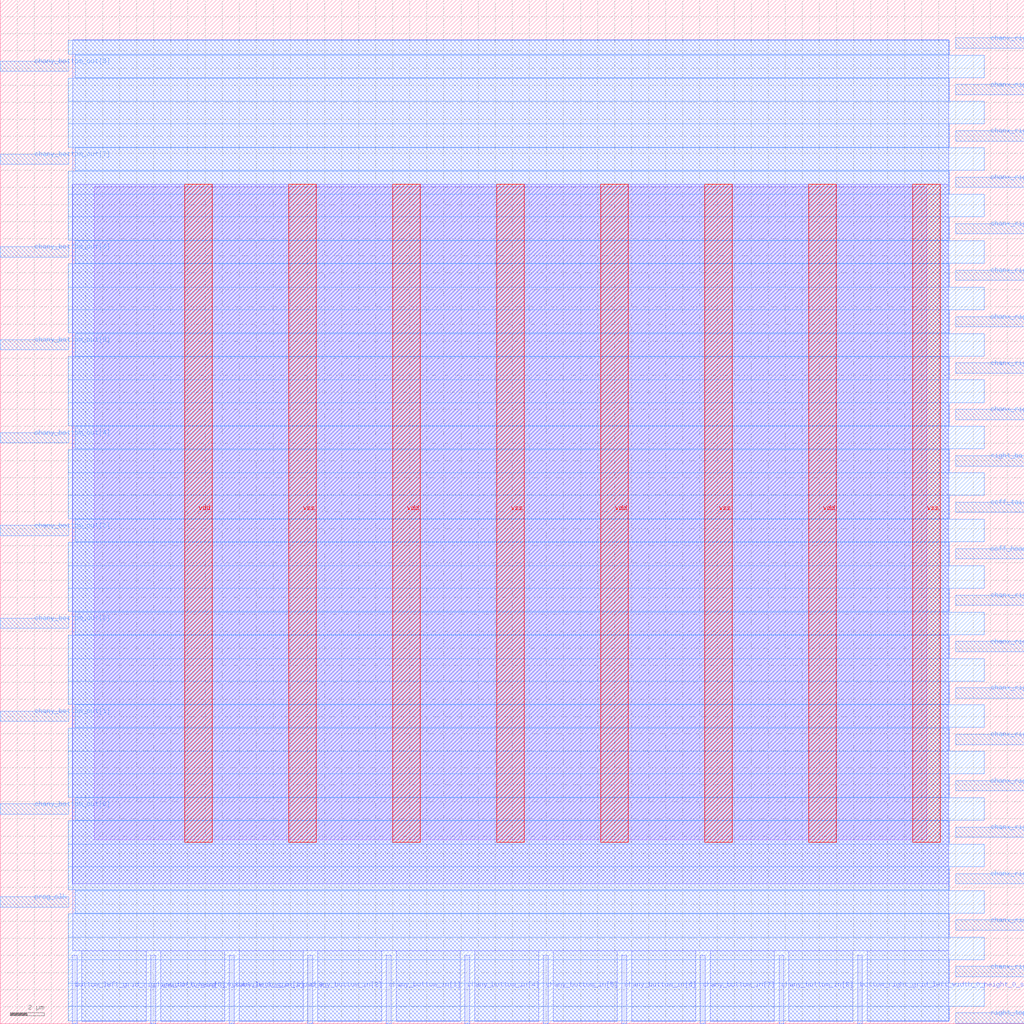
<source format=lef>
VERSION 5.7 ;
  NOWIREEXTENSIONATPIN ON ;
  DIVIDERCHAR "/" ;
  BUSBITCHARS "[]" ;
MACRO sb_0__10_
  CLASS BLOCK ;
  FOREIGN sb_0__10_ ;
  ORIGIN 0.000 0.000 ;
  SIZE 60.000 BY 60.000 ;
  PIN bottom_left_grid_right_width_0_height_0_subtile_0__pin_inpad_0_
    DIRECTION INPUT ;
    USE SIGNAL ;
    ANTENNAGATEAREA 0.196500 ;
    PORT
      LAYER met2 ;
        RECT 4.230 0.000 4.510 4.000 ;
    END
  END bottom_left_grid_right_width_0_height_0_subtile_0__pin_inpad_0_
  PIN bottom_right_grid_left_width_0_height_0_subtile_0__pin_O_1_
    DIRECTION INPUT ;
    USE SIGNAL ;
    ANTENNAGATEAREA 0.196500 ;
    PORT
      LAYER met2 ;
        RECT 50.230 0.000 50.510 4.000 ;
    END
  END bottom_right_grid_left_width_0_height_0_subtile_0__pin_O_1_
  PIN ccff_head
    DIRECTION INPUT ;
    USE SIGNAL ;
    ANTENNAGATEAREA 0.196500 ;
    PORT
      LAYER met3 ;
        RECT 56.000 27.240 60.000 27.840 ;
    END
  END ccff_head
  PIN ccff_tail
    DIRECTION OUTPUT TRISTATE ;
    USE SIGNAL ;
    ANTENNADIFFAREA 0.445500 ;
    PORT
      LAYER met3 ;
        RECT 56.000 29.960 60.000 30.560 ;
    END
  END ccff_tail
  PIN chanx_right_in[0]
    DIRECTION INPUT ;
    USE SIGNAL ;
    ANTENNAGATEAREA 0.196500 ;
    PORT
      LAYER met3 ;
        RECT 56.000 2.760 60.000 3.360 ;
    END
  END chanx_right_in[0]
  PIN chanx_right_in[1]
    DIRECTION INPUT ;
    USE SIGNAL ;
    ANTENNAGATEAREA 0.196500 ;
    PORT
      LAYER met3 ;
        RECT 56.000 5.480 60.000 6.080 ;
    END
  END chanx_right_in[1]
  PIN chanx_right_in[2]
    DIRECTION INPUT ;
    USE SIGNAL ;
    ANTENNAGATEAREA 0.196500 ;
    PORT
      LAYER met3 ;
        RECT 56.000 8.200 60.000 8.800 ;
    END
  END chanx_right_in[2]
  PIN chanx_right_in[3]
    DIRECTION INPUT ;
    USE SIGNAL ;
    ANTENNAGATEAREA 0.196500 ;
    PORT
      LAYER met3 ;
        RECT 56.000 10.920 60.000 11.520 ;
    END
  END chanx_right_in[3]
  PIN chanx_right_in[4]
    DIRECTION INPUT ;
    USE SIGNAL ;
    ANTENNAGATEAREA 0.196500 ;
    PORT
      LAYER met3 ;
        RECT 56.000 13.640 60.000 14.240 ;
    END
  END chanx_right_in[4]
  PIN chanx_right_in[5]
    DIRECTION INPUT ;
    USE SIGNAL ;
    ANTENNAGATEAREA 0.196500 ;
    PORT
      LAYER met3 ;
        RECT 56.000 16.360 60.000 16.960 ;
    END
  END chanx_right_in[5]
  PIN chanx_right_in[6]
    DIRECTION INPUT ;
    USE SIGNAL ;
    ANTENNAGATEAREA 0.196500 ;
    PORT
      LAYER met3 ;
        RECT 56.000 19.080 60.000 19.680 ;
    END
  END chanx_right_in[6]
  PIN chanx_right_in[7]
    DIRECTION INPUT ;
    USE SIGNAL ;
    ANTENNAGATEAREA 0.196500 ;
    PORT
      LAYER met3 ;
        RECT 56.000 21.800 60.000 22.400 ;
    END
  END chanx_right_in[7]
  PIN chanx_right_in[8]
    DIRECTION INPUT ;
    USE SIGNAL ;
    ANTENNAGATEAREA 0.196500 ;
    PORT
      LAYER met3 ;
        RECT 56.000 24.520 60.000 25.120 ;
    END
  END chanx_right_in[8]
  PIN chanx_right_out[0]
    DIRECTION OUTPUT TRISTATE ;
    USE SIGNAL ;
    ANTENNADIFFAREA 0.445500 ;
    PORT
      LAYER met3 ;
        RECT 56.000 35.400 60.000 36.000 ;
    END
  END chanx_right_out[0]
  PIN chanx_right_out[1]
    DIRECTION OUTPUT TRISTATE ;
    USE SIGNAL ;
    ANTENNADIFFAREA 0.445500 ;
    PORT
      LAYER met3 ;
        RECT 56.000 38.120 60.000 38.720 ;
    END
  END chanx_right_out[1]
  PIN chanx_right_out[2]
    DIRECTION OUTPUT TRISTATE ;
    USE SIGNAL ;
    ANTENNADIFFAREA 0.795200 ;
    PORT
      LAYER met3 ;
        RECT 56.000 40.840 60.000 41.440 ;
    END
  END chanx_right_out[2]
  PIN chanx_right_out[3]
    DIRECTION OUTPUT TRISTATE ;
    USE SIGNAL ;
    ANTENNADIFFAREA 0.445500 ;
    PORT
      LAYER met3 ;
        RECT 56.000 43.560 60.000 44.160 ;
    END
  END chanx_right_out[3]
  PIN chanx_right_out[4]
    DIRECTION OUTPUT TRISTATE ;
    USE SIGNAL ;
    ANTENNADIFFAREA 0.445500 ;
    PORT
      LAYER met3 ;
        RECT 56.000 46.280 60.000 46.880 ;
    END
  END chanx_right_out[4]
  PIN chanx_right_out[5]
    DIRECTION OUTPUT TRISTATE ;
    USE SIGNAL ;
    ANTENNADIFFAREA 0.795200 ;
    PORT
      LAYER met3 ;
        RECT 56.000 49.000 60.000 49.600 ;
    END
  END chanx_right_out[5]
  PIN chanx_right_out[6]
    DIRECTION OUTPUT TRISTATE ;
    USE SIGNAL ;
    ANTENNADIFFAREA 0.795200 ;
    PORT
      LAYER met3 ;
        RECT 56.000 51.720 60.000 52.320 ;
    END
  END chanx_right_out[6]
  PIN chanx_right_out[7]
    DIRECTION OUTPUT TRISTATE ;
    USE SIGNAL ;
    ANTENNADIFFAREA 0.795200 ;
    PORT
      LAYER met3 ;
        RECT 56.000 54.440 60.000 55.040 ;
    END
  END chanx_right_out[7]
  PIN chanx_right_out[8]
    DIRECTION OUTPUT TRISTATE ;
    USE SIGNAL ;
    ANTENNADIFFAREA 0.795200 ;
    PORT
      LAYER met3 ;
        RECT 56.000 57.160 60.000 57.760 ;
    END
  END chanx_right_out[8]
  PIN chany_bottom_in[0]
    DIRECTION INPUT ;
    USE SIGNAL ;
    ANTENNAGATEAREA 0.196500 ;
    PORT
      LAYER met2 ;
        RECT 8.830 0.000 9.110 4.000 ;
    END
  END chany_bottom_in[0]
  PIN chany_bottom_in[1]
    DIRECTION INPUT ;
    USE SIGNAL ;
    ANTENNAGATEAREA 0.196500 ;
    PORT
      LAYER met2 ;
        RECT 13.430 0.000 13.710 4.000 ;
    END
  END chany_bottom_in[1]
  PIN chany_bottom_in[2]
    DIRECTION INPUT ;
    USE SIGNAL ;
    ANTENNAGATEAREA 0.196500 ;
    PORT
      LAYER met2 ;
        RECT 18.030 0.000 18.310 4.000 ;
    END
  END chany_bottom_in[2]
  PIN chany_bottom_in[3]
    DIRECTION INPUT ;
    USE SIGNAL ;
    ANTENNAGATEAREA 0.196500 ;
    PORT
      LAYER met2 ;
        RECT 22.630 0.000 22.910 4.000 ;
    END
  END chany_bottom_in[3]
  PIN chany_bottom_in[4]
    DIRECTION INPUT ;
    USE SIGNAL ;
    ANTENNAGATEAREA 0.196500 ;
    PORT
      LAYER met2 ;
        RECT 27.230 0.000 27.510 4.000 ;
    END
  END chany_bottom_in[4]
  PIN chany_bottom_in[5]
    DIRECTION INPUT ;
    USE SIGNAL ;
    ANTENNAGATEAREA 0.196500 ;
    PORT
      LAYER met2 ;
        RECT 31.830 0.000 32.110 4.000 ;
    END
  END chany_bottom_in[5]
  PIN chany_bottom_in[6]
    DIRECTION INPUT ;
    USE SIGNAL ;
    ANTENNAGATEAREA 0.196500 ;
    PORT
      LAYER met2 ;
        RECT 36.430 0.000 36.710 4.000 ;
    END
  END chany_bottom_in[6]
  PIN chany_bottom_in[7]
    DIRECTION INPUT ;
    USE SIGNAL ;
    ANTENNAGATEAREA 0.196500 ;
    PORT
      LAYER met2 ;
        RECT 41.030 0.000 41.310 4.000 ;
    END
  END chany_bottom_in[7]
  PIN chany_bottom_in[8]
    DIRECTION INPUT ;
    USE SIGNAL ;
    ANTENNAGATEAREA 0.196500 ;
    PORT
      LAYER met2 ;
        RECT 45.630 0.000 45.910 4.000 ;
    END
  END chany_bottom_in[8]
  PIN chany_bottom_out[0]
    DIRECTION OUTPUT TRISTATE ;
    USE SIGNAL ;
    ANTENNADIFFAREA 0.795200 ;
    PORT
      LAYER met3 ;
        RECT 0.000 12.280 4.000 12.880 ;
    END
  END chany_bottom_out[0]
  PIN chany_bottom_out[1]
    DIRECTION OUTPUT TRISTATE ;
    USE SIGNAL ;
    ANTENNADIFFAREA 0.795200 ;
    PORT
      LAYER met3 ;
        RECT 0.000 17.720 4.000 18.320 ;
    END
  END chany_bottom_out[1]
  PIN chany_bottom_out[2]
    DIRECTION OUTPUT TRISTATE ;
    USE SIGNAL ;
    ANTENNADIFFAREA 0.795200 ;
    PORT
      LAYER met3 ;
        RECT 0.000 23.160 4.000 23.760 ;
    END
  END chany_bottom_out[2]
  PIN chany_bottom_out[3]
    DIRECTION OUTPUT TRISTATE ;
    USE SIGNAL ;
    ANTENNADIFFAREA 0.795200 ;
    PORT
      LAYER met3 ;
        RECT 0.000 28.600 4.000 29.200 ;
    END
  END chany_bottom_out[3]
  PIN chany_bottom_out[4]
    DIRECTION OUTPUT TRISTATE ;
    USE SIGNAL ;
    ANTENNADIFFAREA 0.795200 ;
    PORT
      LAYER met3 ;
        RECT 0.000 34.040 4.000 34.640 ;
    END
  END chany_bottom_out[4]
  PIN chany_bottom_out[5]
    DIRECTION OUTPUT TRISTATE ;
    USE SIGNAL ;
    ANTENNADIFFAREA 0.795200 ;
    PORT
      LAYER met3 ;
        RECT 0.000 39.480 4.000 40.080 ;
    END
  END chany_bottom_out[5]
  PIN chany_bottom_out[6]
    DIRECTION OUTPUT TRISTATE ;
    USE SIGNAL ;
    ANTENNADIFFAREA 0.795200 ;
    PORT
      LAYER met3 ;
        RECT 0.000 44.920 4.000 45.520 ;
    END
  END chany_bottom_out[6]
  PIN chany_bottom_out[7]
    DIRECTION OUTPUT TRISTATE ;
    USE SIGNAL ;
    ANTENNADIFFAREA 0.795200 ;
    PORT
      LAYER met3 ;
        RECT 0.000 50.360 4.000 50.960 ;
    END
  END chany_bottom_out[7]
  PIN chany_bottom_out[8]
    DIRECTION OUTPUT TRISTATE ;
    USE SIGNAL ;
    ANTENNADIFFAREA 0.795200 ;
    PORT
      LAYER met3 ;
        RECT 0.000 55.800 4.000 56.400 ;
    END
  END chany_bottom_out[8]
  PIN prog_clk
    DIRECTION INPUT ;
    USE SIGNAL ;
    ANTENNAGATEAREA 0.852000 ;
    PORT
      LAYER met3 ;
        RECT 0.000 6.840 4.000 7.440 ;
    END
  END prog_clk
  PIN right_bottom_grid_top_width_0_height_0_subtile_0__pin_O_2_
    DIRECTION INPUT ;
    USE SIGNAL ;
    ANTENNAGATEAREA 0.196500 ;
    PORT
      LAYER met3 ;
        RECT 56.000 32.680 60.000 33.280 ;
    END
  END right_bottom_grid_top_width_0_height_0_subtile_0__pin_O_2_
  PIN right_top_grid_bottom_width_0_height_0_subtile_0__pin_inpad_0_
    DIRECTION INPUT ;
    USE SIGNAL ;
    ANTENNAGATEAREA 0.196500 ;
    PORT
      LAYER met3 ;
        RECT 56.000 0.040 60.000 0.640 ;
    END
  END right_top_grid_bottom_width_0_height_0_subtile_0__pin_inpad_0_
  PIN vdd
    DIRECTION INOUT ;
    USE POWER ;
    PORT
      LAYER met4 ;
        RECT 10.815 10.640 12.415 49.200 ;
    END
    PORT
      LAYER met4 ;
        RECT 23.005 10.640 24.605 49.200 ;
    END
    PORT
      LAYER met4 ;
        RECT 35.195 10.640 36.795 49.200 ;
    END
    PORT
      LAYER met4 ;
        RECT 47.385 10.640 48.985 49.200 ;
    END
  END vdd
  PIN vss
    DIRECTION INOUT ;
    USE GROUND ;
    PORT
      LAYER met4 ;
        RECT 16.910 10.640 18.510 49.200 ;
    END
    PORT
      LAYER met4 ;
        RECT 29.100 10.640 30.700 49.200 ;
    END
    PORT
      LAYER met4 ;
        RECT 41.290 10.640 42.890 49.200 ;
    END
    PORT
      LAYER met4 ;
        RECT 53.480 10.640 55.080 49.200 ;
    END
  END vss
  OBS
      LAYER li1 ;
        RECT 5.520 10.795 54.280 49.045 ;
      LAYER met1 ;
        RECT 4.210 8.200 55.590 49.200 ;
      LAYER met2 ;
        RECT 4.240 4.280 55.570 57.645 ;
        RECT 4.790 0.155 8.550 4.280 ;
        RECT 9.390 0.155 13.150 4.280 ;
        RECT 13.990 0.155 17.750 4.280 ;
        RECT 18.590 0.155 22.350 4.280 ;
        RECT 23.190 0.155 26.950 4.280 ;
        RECT 27.790 0.155 31.550 4.280 ;
        RECT 32.390 0.155 36.150 4.280 ;
        RECT 36.990 0.155 40.750 4.280 ;
        RECT 41.590 0.155 45.350 4.280 ;
        RECT 46.190 0.155 49.950 4.280 ;
        RECT 50.790 0.155 55.570 4.280 ;
      LAYER met3 ;
        RECT 3.990 56.800 55.600 57.625 ;
        RECT 4.400 56.760 55.600 56.800 ;
        RECT 4.400 55.440 57.650 56.760 ;
        RECT 4.400 55.400 55.600 55.440 ;
        RECT 3.990 54.040 55.600 55.400 ;
        RECT 3.990 52.720 57.650 54.040 ;
        RECT 3.990 51.360 55.600 52.720 ;
        RECT 4.400 51.320 55.600 51.360 ;
        RECT 4.400 50.000 57.650 51.320 ;
        RECT 4.400 49.960 55.600 50.000 ;
        RECT 3.990 48.600 55.600 49.960 ;
        RECT 3.990 47.280 57.650 48.600 ;
        RECT 3.990 45.920 55.600 47.280 ;
        RECT 4.400 45.880 55.600 45.920 ;
        RECT 4.400 44.560 57.650 45.880 ;
        RECT 4.400 44.520 55.600 44.560 ;
        RECT 3.990 43.160 55.600 44.520 ;
        RECT 3.990 41.840 57.650 43.160 ;
        RECT 3.990 40.480 55.600 41.840 ;
        RECT 4.400 40.440 55.600 40.480 ;
        RECT 4.400 39.120 57.650 40.440 ;
        RECT 4.400 39.080 55.600 39.120 ;
        RECT 3.990 37.720 55.600 39.080 ;
        RECT 3.990 36.400 57.650 37.720 ;
        RECT 3.990 35.040 55.600 36.400 ;
        RECT 4.400 35.000 55.600 35.040 ;
        RECT 4.400 33.680 57.650 35.000 ;
        RECT 4.400 33.640 55.600 33.680 ;
        RECT 3.990 32.280 55.600 33.640 ;
        RECT 3.990 30.960 57.650 32.280 ;
        RECT 3.990 29.600 55.600 30.960 ;
        RECT 4.400 29.560 55.600 29.600 ;
        RECT 4.400 28.240 57.650 29.560 ;
        RECT 4.400 28.200 55.600 28.240 ;
        RECT 3.990 26.840 55.600 28.200 ;
        RECT 3.990 25.520 57.650 26.840 ;
        RECT 3.990 24.160 55.600 25.520 ;
        RECT 4.400 24.120 55.600 24.160 ;
        RECT 4.400 22.800 57.650 24.120 ;
        RECT 4.400 22.760 55.600 22.800 ;
        RECT 3.990 21.400 55.600 22.760 ;
        RECT 3.990 20.080 57.650 21.400 ;
        RECT 3.990 18.720 55.600 20.080 ;
        RECT 4.400 18.680 55.600 18.720 ;
        RECT 4.400 17.360 57.650 18.680 ;
        RECT 4.400 17.320 55.600 17.360 ;
        RECT 3.990 15.960 55.600 17.320 ;
        RECT 3.990 14.640 57.650 15.960 ;
        RECT 3.990 13.280 55.600 14.640 ;
        RECT 4.400 13.240 55.600 13.280 ;
        RECT 4.400 11.920 57.650 13.240 ;
        RECT 4.400 11.880 55.600 11.920 ;
        RECT 3.990 10.520 55.600 11.880 ;
        RECT 3.990 9.200 57.650 10.520 ;
        RECT 3.990 7.840 55.600 9.200 ;
        RECT 4.400 7.800 55.600 7.840 ;
        RECT 4.400 6.480 57.650 7.800 ;
        RECT 4.400 6.440 55.600 6.480 ;
        RECT 3.990 5.080 55.600 6.440 ;
        RECT 3.990 3.760 57.650 5.080 ;
        RECT 3.990 2.360 55.600 3.760 ;
        RECT 3.990 1.040 57.650 2.360 ;
        RECT 3.990 0.175 55.600 1.040 ;
  END
END sb_0__10_
END LIBRARY


</source>
